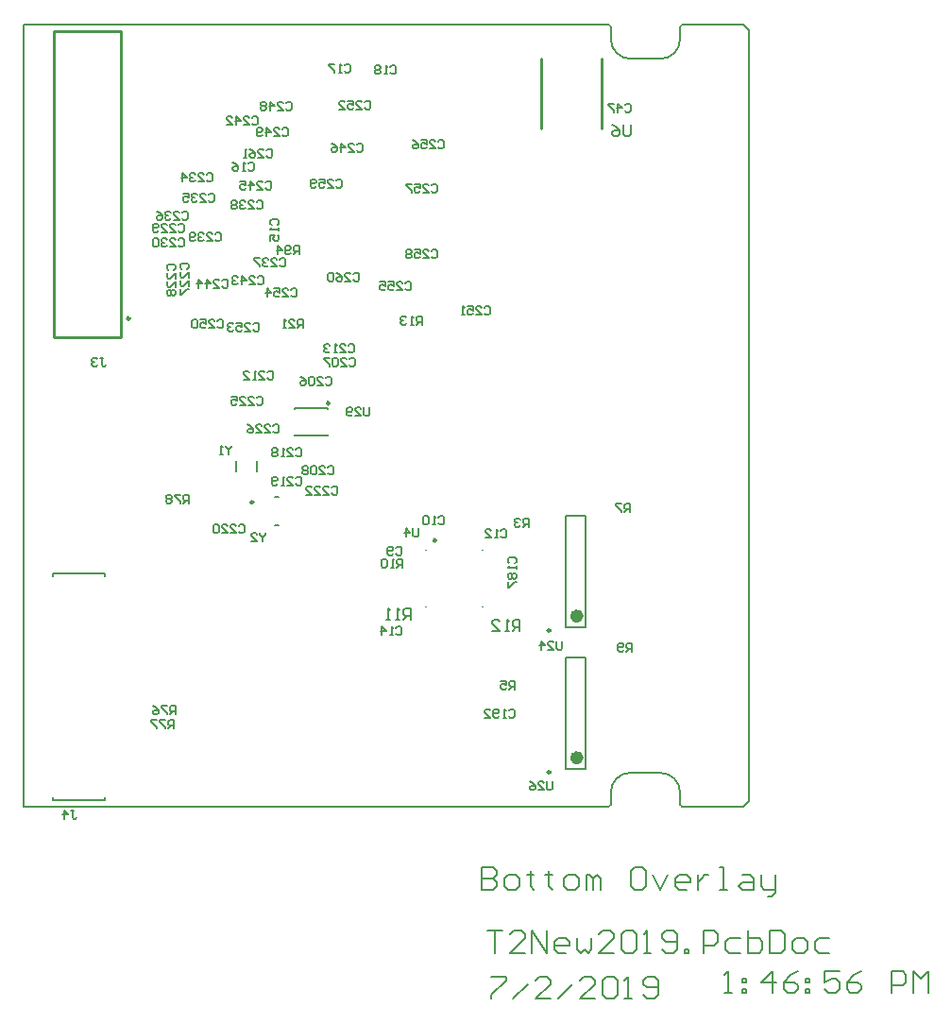
<source format=gbo>
G04*
G04 #@! TF.GenerationSoftware,Altium Limited,Altium Designer,18.1.11 (251)*
G04*
G04 Layer_Color=32896*
%FSLAX44Y44*%
%MOMM*%
G71*
G01*
G75*
%ADD10C,0.6000*%
%ADD11C,0.2500*%
%ADD12C,0.2000*%
%ADD13C,0.2540*%
%ADD14C,0.1500*%
%ADD15C,0.1270*%
%ADD16C,0.1524*%
%ADD17C,0.2032*%
D10*
X699000Y371000D02*
G03*
X699000Y371000I-3000J0D01*
G01*
Y244000D02*
G03*
X699000Y244000I-3000J0D01*
G01*
D11*
X569750Y439000D02*
G03*
X569750Y439000I-1250J0D01*
G01*
X295250Y637750D02*
G03*
X295250Y637750I-1250J0D01*
G01*
X406000Y473000D02*
G03*
X406000Y473000I-1250J0D01*
G01*
X672250Y358050D02*
G03*
X672250Y358050I-1250J0D01*
G01*
Y231050D02*
G03*
X672250Y231050I-1250J0D01*
G01*
X474250Y561750D02*
G03*
X474250Y561750I-1250J0D01*
G01*
D12*
X560500Y430500D02*
X560750D01*
X560500Y430250D02*
Y430500D01*
Y379500D02*
Y379750D01*
Y379500D02*
X560750D01*
X611250D02*
X611500D01*
Y379750D01*
Y430250D02*
Y430500D01*
X611250D02*
X611500D01*
D13*
X664438Y807966D02*
Y870966D01*
X718438Y807966D02*
Y870966D01*
X287500Y620500D02*
Y895500D01*
X227500D02*
X287500D01*
X227500Y620500D02*
Y895500D01*
Y620500D02*
X287500D01*
D14*
X686000Y461000D02*
X704000D01*
X686000Y361000D02*
X704000D01*
Y461000D01*
X686000Y361000D02*
Y461000D01*
Y334000D02*
X704000D01*
X686000Y234000D02*
X704000D01*
Y334000D01*
X686000Y234000D02*
Y334000D01*
D15*
X273175Y406800D02*
Y409500D01*
Y206140D02*
Y208840D01*
X226345Y409500D02*
X273175D01*
X226185Y409340D02*
X226345Y409500D01*
X226185Y406800D02*
Y409340D01*
X226345Y206140D02*
X273175D01*
X226185Y206300D02*
X226345Y206140D01*
X226185Y206300D02*
Y208840D01*
X200000Y200000D02*
X724500D01*
D16*
X425000Y452000D02*
X429000D01*
X425000Y478000D02*
X429000D01*
X409000Y501000D02*
Y510000D01*
X391000Y501000D02*
Y510000D01*
X443000Y557500D02*
X473000D01*
X443000Y556500D02*
Y557500D01*
X473000Y556500D02*
Y557500D01*
X443000Y532500D02*
X473000D01*
X443000D02*
Y533500D01*
X473000Y532500D02*
Y533500D01*
X611000Y145994D02*
Y126000D01*
X620997D01*
X624329Y129332D01*
Y132664D01*
X620997Y135997D01*
X611000D01*
X620997D01*
X624329Y139329D01*
Y142661D01*
X620997Y145994D01*
X611000D01*
X634326Y126000D02*
X640990D01*
X644323Y129332D01*
Y135997D01*
X640990Y139329D01*
X634326D01*
X630994Y135997D01*
Y129332D01*
X634326Y126000D01*
X654319Y142661D02*
Y139329D01*
X650987D01*
X657652D01*
X654319D01*
Y129332D01*
X657652Y126000D01*
X670981Y142661D02*
Y139329D01*
X667648D01*
X674313D01*
X670981D01*
Y129332D01*
X674313Y126000D01*
X687642D02*
X694306D01*
X697639Y129332D01*
Y135997D01*
X694306Y139329D01*
X687642D01*
X684310Y135997D01*
Y129332D01*
X687642Y126000D01*
X704303D02*
Y139329D01*
X707635D01*
X710968Y135997D01*
Y126000D01*
Y135997D01*
X714300Y139329D01*
X717632Y135997D01*
Y126000D01*
X754287Y145994D02*
X747623D01*
X744290Y142661D01*
Y129332D01*
X747623Y126000D01*
X754287D01*
X757619Y129332D01*
Y142661D01*
X754287Y145994D01*
X764284Y139329D02*
X770948Y126000D01*
X777613Y139329D01*
X794274Y126000D02*
X787610D01*
X784277Y129332D01*
Y135997D01*
X787610Y139329D01*
X794274D01*
X797607Y135997D01*
Y132664D01*
X784277D01*
X804271Y139329D02*
Y126000D01*
Y132664D01*
X807603Y135997D01*
X810936Y139329D01*
X814268D01*
X824265Y126000D02*
X830929D01*
X827597D01*
Y145994D01*
X824265D01*
X844258Y139329D02*
X850923D01*
X854255Y135997D01*
Y126000D01*
X844258D01*
X840926Y129332D01*
X844258Y132664D01*
X854255D01*
X860919Y139329D02*
Y129332D01*
X864252Y126000D01*
X874249D01*
Y122668D01*
X870916Y119335D01*
X867584D01*
X874249Y126000D02*
Y139329D01*
X645000Y358000D02*
Y368157D01*
X639922D01*
X638229Y366464D01*
Y363078D01*
X639922Y361386D01*
X645000D01*
X641614D02*
X638229Y358000D01*
X634843D02*
X631458D01*
X633150D01*
Y368157D01*
X634843Y366464D01*
X619608Y358000D02*
X626379D01*
X619608Y364771D01*
Y366464D01*
X621301Y368157D01*
X624687D01*
X626379Y366464D01*
X547500Y368000D02*
Y378157D01*
X542422D01*
X540729Y376464D01*
Y373078D01*
X542422Y371386D01*
X547500D01*
X544114D02*
X540729Y368000D01*
X537343D02*
X533958D01*
X535650D01*
Y378157D01*
X537343Y376464D01*
X528879Y368000D02*
X525494D01*
X527187D01*
Y378157D01*
X528879Y376464D01*
X745500Y339000D02*
Y346618D01*
X741691D01*
X740422Y345348D01*
Y342809D01*
X741691Y341539D01*
X745500D01*
X742961D02*
X740422Y339000D01*
X737883Y340270D02*
X736613Y339000D01*
X734074D01*
X732804Y340270D01*
Y345348D01*
X734074Y346618D01*
X736613D01*
X737883Y345348D01*
Y344078D01*
X736613Y342809D01*
X732804D01*
X744000Y464000D02*
Y471618D01*
X740191D01*
X738922Y470348D01*
Y467809D01*
X740191Y466539D01*
X744000D01*
X741461D02*
X738922Y464000D01*
X736383Y471618D02*
X731304D01*
Y470348D01*
X736383Y465270D01*
Y464000D01*
X640500Y305500D02*
Y313118D01*
X636691D01*
X635422Y311848D01*
Y309309D01*
X636691Y308039D01*
X640500D01*
X637961D02*
X635422Y305500D01*
X627804Y313118D02*
X632882D01*
Y309309D01*
X630343Y310578D01*
X629074D01*
X627804Y309309D01*
Y306770D01*
X629074Y305500D01*
X631613D01*
X632882Y306770D01*
X653000Y451000D02*
Y458618D01*
X649191D01*
X647922Y457348D01*
Y454809D01*
X649191Y453539D01*
X653000D01*
X650461D02*
X647922Y451000D01*
X645383Y457348D02*
X644113Y458618D01*
X641574D01*
X640304Y457348D01*
Y456078D01*
X641574Y454809D01*
X642843D01*
X641574D01*
X640304Y453539D01*
Y452270D01*
X641574Y451000D01*
X644113D01*
X645383Y452270D01*
X422652Y721422D02*
X421382Y722691D01*
Y725230D01*
X422652Y726500D01*
X427730D01*
X429000Y725230D01*
Y722691D01*
X427730Y721422D01*
X429000Y718883D02*
Y716343D01*
Y717613D01*
X421382D01*
X422652Y718883D01*
X421382Y707456D02*
Y712534D01*
X425191D01*
X423922Y709995D01*
Y708726D01*
X425191Y707456D01*
X427730D01*
X429000Y708726D01*
Y711265D01*
X427730Y712534D01*
X401422Y776348D02*
X402691Y777617D01*
X405230D01*
X406500Y776348D01*
Y771270D01*
X405230Y770000D01*
X402691D01*
X401422Y771270D01*
X398882Y770000D02*
X396343D01*
X397613D01*
Y777617D01*
X398882Y776348D01*
X387456Y777617D02*
X389995Y776348D01*
X392534Y773809D01*
Y771270D01*
X391265Y770000D01*
X388726D01*
X387456Y771270D01*
Y772539D01*
X388726Y773809D01*
X392534D01*
X487922Y864348D02*
X489191Y865618D01*
X491730D01*
X493000Y864348D01*
Y859270D01*
X491730Y858000D01*
X489191D01*
X487922Y859270D01*
X485382Y858000D02*
X482843D01*
X484113D01*
Y865618D01*
X485382Y864348D01*
X479035Y865618D02*
X473956D01*
Y864348D01*
X479035Y859270D01*
Y858000D01*
X528922Y863348D02*
X530191Y864617D01*
X532730D01*
X534000Y863348D01*
Y858270D01*
X532730Y857000D01*
X530191D01*
X528922Y858270D01*
X526382Y857000D02*
X523843D01*
X525113D01*
Y864617D01*
X526382Y863348D01*
X520034D02*
X518765Y864617D01*
X516226D01*
X514956Y863348D01*
Y862078D01*
X516226Y860809D01*
X514956Y859539D01*
Y858270D01*
X516226Y857000D01*
X518765D01*
X520034Y858270D01*
Y859539D01*
X518765Y860809D01*
X520034Y862078D01*
Y863348D01*
X518765Y860809D02*
X516226D01*
X533922Y360348D02*
X535191Y361618D01*
X537730D01*
X539000Y360348D01*
Y355270D01*
X537730Y354000D01*
X535191D01*
X533922Y355270D01*
X531382Y354000D02*
X528843D01*
X530113D01*
Y361618D01*
X531382Y360348D01*
X521226Y354000D02*
Y361618D01*
X525034Y357809D01*
X519956D01*
X627922Y447348D02*
X629191Y448618D01*
X631730D01*
X633000Y447348D01*
Y442270D01*
X631730Y441000D01*
X629191D01*
X627922Y442270D01*
X625382Y441000D02*
X622843D01*
X624113D01*
Y448618D01*
X625382Y447348D01*
X613956Y441000D02*
X619035D01*
X613956Y446078D01*
Y447348D01*
X615226Y448618D01*
X617765D01*
X619035Y447348D01*
X571922Y459348D02*
X573191Y460617D01*
X575730D01*
X577000Y459348D01*
Y454270D01*
X575730Y453000D01*
X573191D01*
X571922Y454270D01*
X569383Y453000D02*
X566843D01*
X568113D01*
Y460617D01*
X569383Y459348D01*
X563035D02*
X561765Y460617D01*
X559226D01*
X557956Y459348D01*
Y454270D01*
X559226Y453000D01*
X561765D01*
X563035Y454270D01*
Y459348D01*
X533922Y431848D02*
X535191Y433117D01*
X537730D01*
X539000Y431848D01*
Y426770D01*
X537730Y425500D01*
X535191D01*
X533922Y426770D01*
X531382D02*
X530113Y425500D01*
X527574D01*
X526304Y426770D01*
Y431848D01*
X527574Y433117D01*
X530113D01*
X531382Y431848D01*
Y430578D01*
X530113Y429309D01*
X526304D01*
X739396Y828800D02*
X740665Y830070D01*
X743204D01*
X744474Y828800D01*
Y823722D01*
X743204Y822452D01*
X740665D01*
X739396Y823722D01*
X733048Y822452D02*
Y830070D01*
X736857Y826261D01*
X731778D01*
X729239Y830070D02*
X724161D01*
Y828800D01*
X729239Y823722D01*
Y822452D01*
X635652Y418422D02*
X634383Y419691D01*
Y422230D01*
X635652Y423500D01*
X640730D01*
X642000Y422230D01*
Y419691D01*
X640730Y418422D01*
X642000Y415882D02*
Y413343D01*
Y414613D01*
X634383D01*
X635652Y415882D01*
Y409534D02*
X634383Y408265D01*
Y405726D01*
X635652Y404456D01*
X636922D01*
X638191Y405726D01*
X639461Y404456D01*
X640730D01*
X642000Y405726D01*
Y408265D01*
X640730Y409534D01*
X639461D01*
X638191Y408265D01*
X636922Y409534D01*
X635652D01*
X638191Y408265D02*
Y405726D01*
X634383Y401917D02*
Y396839D01*
X635652D01*
X640730Y401917D01*
X642000D01*
X634922Y286348D02*
X636191Y287617D01*
X638730D01*
X640000Y286348D01*
Y281270D01*
X638730Y280000D01*
X636191D01*
X634922Y281270D01*
X632383Y280000D02*
X629843D01*
X631113D01*
Y287617D01*
X632383Y286348D01*
X626035Y281270D02*
X624765Y280000D01*
X622226D01*
X620956Y281270D01*
Y286348D01*
X622226Y287617D01*
X624765D01*
X626035Y286348D01*
Y285078D01*
X624765Y283809D01*
X620956D01*
X613339Y280000D02*
X618417D01*
X613339Y285078D01*
Y286348D01*
X614608Y287617D01*
X617147D01*
X618417Y286348D01*
X470922Y584348D02*
X472191Y585617D01*
X474730D01*
X476000Y584348D01*
Y579270D01*
X474730Y578000D01*
X472191D01*
X470922Y579270D01*
X463304Y578000D02*
X468382D01*
X463304Y583078D01*
Y584348D01*
X464574Y585617D01*
X467113D01*
X468382Y584348D01*
X460765D02*
X459495Y585617D01*
X456956D01*
X455687Y584348D01*
Y579270D01*
X456956Y578000D01*
X459495D01*
X460765Y579270D01*
Y584348D01*
X448069Y585617D02*
X450608Y584348D01*
X453147Y581809D01*
Y579270D01*
X451878Y578000D01*
X449339D01*
X448069Y579270D01*
Y580539D01*
X449339Y581809D01*
X453147D01*
X491922Y601348D02*
X493191Y602617D01*
X495730D01*
X497000Y601348D01*
Y596270D01*
X495730Y595000D01*
X493191D01*
X491922Y596270D01*
X484304Y595000D02*
X489383D01*
X484304Y600078D01*
Y601348D01*
X485574Y602617D01*
X488113D01*
X489383Y601348D01*
X481765D02*
X480495Y602617D01*
X477956D01*
X476687Y601348D01*
Y596270D01*
X477956Y595000D01*
X480495D01*
X481765Y596270D01*
Y601348D01*
X474147Y602617D02*
X469069D01*
Y601348D01*
X474147Y596270D01*
Y595000D01*
X472922Y504348D02*
X474191Y505617D01*
X476730D01*
X478000Y504348D01*
Y499270D01*
X476730Y498000D01*
X474191D01*
X472922Y499270D01*
X465304Y498000D02*
X470382D01*
X465304Y503078D01*
Y504348D01*
X466574Y505617D01*
X469113D01*
X470382Y504348D01*
X462765D02*
X461495Y505617D01*
X458956D01*
X457687Y504348D01*
Y499270D01*
X458956Y498000D01*
X461495D01*
X462765Y499270D01*
Y504348D01*
X455147D02*
X453878Y505617D01*
X451339D01*
X450069Y504348D01*
Y503078D01*
X451339Y501809D01*
X450069Y500539D01*
Y499270D01*
X451339Y498000D01*
X453878D01*
X455147Y499270D01*
Y500539D01*
X453878Y501809D01*
X455147Y503078D01*
Y504348D01*
X453878Y501809D02*
X451339D01*
X418922Y589348D02*
X420191Y590617D01*
X422730D01*
X424000Y589348D01*
Y584270D01*
X422730Y583000D01*
X420191D01*
X418922Y584270D01*
X411304Y583000D02*
X416382D01*
X411304Y588078D01*
Y589348D01*
X412574Y590617D01*
X415113D01*
X416382Y589348D01*
X408765Y583000D02*
X406226D01*
X407495D01*
Y590617D01*
X408765Y589348D01*
X397339Y583000D02*
X402417D01*
X397339Y588078D01*
Y589348D01*
X398608Y590617D01*
X401147D01*
X402417Y589348D01*
X490922Y613348D02*
X492191Y614618D01*
X494730D01*
X496000Y613348D01*
Y608270D01*
X494730Y607000D01*
X492191D01*
X490922Y608270D01*
X483304Y607000D02*
X488382D01*
X483304Y612078D01*
Y613348D01*
X484574Y614618D01*
X487113D01*
X488382Y613348D01*
X480765Y607000D02*
X478226D01*
X479495D01*
Y614618D01*
X480765Y613348D01*
X474417D02*
X473147Y614618D01*
X470608D01*
X469339Y613348D01*
Y612078D01*
X470608Y610809D01*
X471878D01*
X470608D01*
X469339Y609539D01*
Y608270D01*
X470608Y607000D01*
X473147D01*
X474417Y608270D01*
X443922Y520348D02*
X445191Y521618D01*
X447730D01*
X449000Y520348D01*
Y515270D01*
X447730Y514000D01*
X445191D01*
X443922Y515270D01*
X436304Y514000D02*
X441382D01*
X436304Y519078D01*
Y520348D01*
X437574Y521618D01*
X440113D01*
X441382Y520348D01*
X433765Y514000D02*
X431226D01*
X432495D01*
Y521618D01*
X433765Y520348D01*
X427417D02*
X426147Y521618D01*
X423608D01*
X422339Y520348D01*
Y519078D01*
X423608Y517809D01*
X422339Y516539D01*
Y515270D01*
X423608Y514000D01*
X426147D01*
X427417Y515270D01*
Y516539D01*
X426147Y517809D01*
X427417Y519078D01*
Y520348D01*
X426147Y517809D02*
X423608D01*
X443922Y494348D02*
X445191Y495617D01*
X447730D01*
X449000Y494348D01*
Y489270D01*
X447730Y488000D01*
X445191D01*
X443922Y489270D01*
X436304Y488000D02*
X441382D01*
X436304Y493078D01*
Y494348D01*
X437574Y495617D01*
X440113D01*
X441382Y494348D01*
X433765Y488000D02*
X431226D01*
X432495D01*
Y495617D01*
X433765Y494348D01*
X427417Y489270D02*
X426147Y488000D01*
X423608D01*
X422339Y489270D01*
Y494348D01*
X423608Y495617D01*
X426147D01*
X427417Y494348D01*
Y493078D01*
X426147Y491809D01*
X422339D01*
X392892Y451708D02*
X394161Y452978D01*
X396700D01*
X397970Y451708D01*
Y446630D01*
X396700Y445360D01*
X394161D01*
X392892Y446630D01*
X385274Y445360D02*
X390353D01*
X385274Y450438D01*
Y451708D01*
X386544Y452978D01*
X389083D01*
X390353Y451708D01*
X377657Y445360D02*
X382735D01*
X377657Y450438D01*
Y451708D01*
X378926Y452978D01*
X381465D01*
X382735Y451708D01*
X375117D02*
X373848Y452978D01*
X371309D01*
X370039Y451708D01*
Y446630D01*
X371309Y445360D01*
X373848D01*
X375117Y446630D01*
Y451708D01*
X476506Y485900D02*
X477775Y487169D01*
X480314D01*
X481584Y485900D01*
Y480822D01*
X480314Y479552D01*
X477775D01*
X476506Y480822D01*
X468888Y479552D02*
X473966D01*
X468888Y484630D01*
Y485900D01*
X470158Y487169D01*
X472697D01*
X473966Y485900D01*
X461271Y479552D02*
X466349D01*
X461271Y484630D01*
Y485900D01*
X462540Y487169D01*
X465079D01*
X466349Y485900D01*
X453653Y479552D02*
X458731D01*
X453653Y484630D01*
Y485900D01*
X454923Y487169D01*
X457462D01*
X458731Y485900D01*
X408922Y566348D02*
X410191Y567617D01*
X412730D01*
X414000Y566348D01*
Y561270D01*
X412730Y560000D01*
X410191D01*
X408922Y561270D01*
X401304Y560000D02*
X406382D01*
X401304Y565078D01*
Y566348D01*
X402574Y567617D01*
X405113D01*
X406382Y566348D01*
X393687Y560000D02*
X398765D01*
X393687Y565078D01*
Y566348D01*
X394956Y567617D01*
X397495D01*
X398765Y566348D01*
X386069Y567617D02*
X391147D01*
Y563809D01*
X388608Y565078D01*
X387339D01*
X386069Y563809D01*
Y561270D01*
X387339Y560000D01*
X389878D01*
X391147Y561270D01*
X423922Y541348D02*
X425191Y542617D01*
X427730D01*
X429000Y541348D01*
Y536270D01*
X427730Y535000D01*
X425191D01*
X423922Y536270D01*
X416304Y535000D02*
X421382D01*
X416304Y540078D01*
Y541348D01*
X417574Y542617D01*
X420113D01*
X421382Y541348D01*
X408687Y535000D02*
X413765D01*
X408687Y540078D01*
Y541348D01*
X409956Y542617D01*
X412495D01*
X413765Y541348D01*
X401069Y542617D02*
X403608Y541348D01*
X406147Y538809D01*
Y536270D01*
X404878Y535000D01*
X402339D01*
X401069Y536270D01*
Y537539D01*
X402339Y538809D01*
X406147D01*
X341652Y681922D02*
X340382Y683191D01*
Y685730D01*
X341652Y687000D01*
X346730D01*
X348000Y685730D01*
Y683191D01*
X346730Y681922D01*
X348000Y674304D02*
Y679382D01*
X342922Y674304D01*
X341652D01*
X340382Y675574D01*
Y678113D01*
X341652Y679382D01*
X348000Y666687D02*
Y671765D01*
X342922Y666687D01*
X341652D01*
X340382Y667956D01*
Y670495D01*
X341652Y671765D01*
X340382Y664147D02*
Y659069D01*
X341652D01*
X346730Y664147D01*
X348000D01*
X329652Y681422D02*
X328382Y682691D01*
Y685230D01*
X329652Y686500D01*
X334730D01*
X336000Y685230D01*
Y682691D01*
X334730Y681422D01*
X336000Y673804D02*
Y678883D01*
X330922Y673804D01*
X329652D01*
X328382Y675074D01*
Y677613D01*
X329652Y678883D01*
X336000Y666187D02*
Y671265D01*
X330922Y666187D01*
X329652D01*
X328382Y667456D01*
Y669995D01*
X329652Y671265D01*
Y663647D02*
X328382Y662378D01*
Y659839D01*
X329652Y658569D01*
X330922D01*
X332191Y659839D01*
X333461Y658569D01*
X334730D01*
X336000Y659839D01*
Y662378D01*
X334730Y663647D01*
X333461D01*
X332191Y662378D01*
X330922Y663647D01*
X329652D01*
X332191Y662378D02*
Y659839D01*
X338922Y721507D02*
X340191Y722777D01*
X342730D01*
X344000Y721507D01*
Y716429D01*
X342730Y715159D01*
X340191D01*
X338922Y716429D01*
X331304Y715159D02*
X336382D01*
X331304Y720237D01*
Y721507D01*
X332574Y722777D01*
X335113D01*
X336382Y721507D01*
X323687Y715159D02*
X328765D01*
X323687Y720237D01*
Y721507D01*
X324956Y722777D01*
X327495D01*
X328765Y721507D01*
X321147Y716429D02*
X319878Y715159D01*
X317339D01*
X316069Y716429D01*
Y721507D01*
X317339Y722777D01*
X319878D01*
X321147Y721507D01*
Y720237D01*
X319878Y718968D01*
X316069D01*
X338922Y708348D02*
X340191Y709617D01*
X342730D01*
X344000Y708348D01*
Y703270D01*
X342730Y702000D01*
X340191D01*
X338922Y703270D01*
X331304Y702000D02*
X336382D01*
X331304Y707078D01*
Y708348D01*
X332574Y709617D01*
X335113D01*
X336382Y708348D01*
X328765D02*
X327495Y709617D01*
X324956D01*
X323687Y708348D01*
Y707078D01*
X324956Y705809D01*
X326226D01*
X324956D01*
X323687Y704539D01*
Y703270D01*
X324956Y702000D01*
X327495D01*
X328765Y703270D01*
X321147Y708348D02*
X319878Y709617D01*
X317339D01*
X316069Y708348D01*
Y703270D01*
X317339Y702000D01*
X319878D01*
X321147Y703270D01*
Y708348D01*
X363922Y766848D02*
X365191Y768118D01*
X367730D01*
X369000Y766848D01*
Y761770D01*
X367730Y760500D01*
X365191D01*
X363922Y761770D01*
X356304Y760500D02*
X361382D01*
X356304Y765578D01*
Y766848D01*
X357574Y768118D01*
X360113D01*
X361382Y766848D01*
X353765D02*
X352495Y768118D01*
X349956D01*
X348687Y766848D01*
Y765578D01*
X349956Y764309D01*
X351226D01*
X349956D01*
X348687Y763039D01*
Y761770D01*
X349956Y760500D01*
X352495D01*
X353765Y761770D01*
X342339Y760500D02*
Y768118D01*
X346147Y764309D01*
X341069D01*
X365922Y748348D02*
X367191Y749617D01*
X369730D01*
X371000Y748348D01*
Y743270D01*
X369730Y742000D01*
X367191D01*
X365922Y743270D01*
X358304Y742000D02*
X363382D01*
X358304Y747078D01*
Y748348D01*
X359574Y749617D01*
X362113D01*
X363382Y748348D01*
X355765D02*
X354495Y749617D01*
X351956D01*
X350687Y748348D01*
Y747078D01*
X351956Y745809D01*
X353226D01*
X351956D01*
X350687Y744539D01*
Y743270D01*
X351956Y742000D01*
X354495D01*
X355765Y743270D01*
X343069Y749617D02*
X348147D01*
Y745809D01*
X345608Y747078D01*
X344339D01*
X343069Y745809D01*
Y743270D01*
X344339Y742000D01*
X346878D01*
X348147Y743270D01*
X341922Y732348D02*
X343191Y733617D01*
X345730D01*
X347000Y732348D01*
Y727270D01*
X345730Y726000D01*
X343191D01*
X341922Y727270D01*
X334304Y726000D02*
X339383D01*
X334304Y731078D01*
Y732348D01*
X335574Y733617D01*
X338113D01*
X339383Y732348D01*
X331765D02*
X330495Y733617D01*
X327956D01*
X326687Y732348D01*
Y731078D01*
X327956Y729809D01*
X329226D01*
X327956D01*
X326687Y728539D01*
Y727270D01*
X327956Y726000D01*
X330495D01*
X331765Y727270D01*
X319069Y733617D02*
X321608Y732348D01*
X324147Y729809D01*
Y727270D01*
X322878Y726000D01*
X320339D01*
X319069Y727270D01*
Y728539D01*
X320339Y729809D01*
X324147D01*
X429922Y690348D02*
X431191Y691618D01*
X433730D01*
X435000Y690348D01*
Y685270D01*
X433730Y684000D01*
X431191D01*
X429922Y685270D01*
X422304Y684000D02*
X427383D01*
X422304Y689078D01*
Y690348D01*
X423574Y691618D01*
X426113D01*
X427383Y690348D01*
X419765D02*
X418495Y691618D01*
X415956D01*
X414687Y690348D01*
Y689078D01*
X415956Y687809D01*
X417226D01*
X415956D01*
X414687Y686539D01*
Y685270D01*
X415956Y684000D01*
X418495D01*
X419765Y685270D01*
X412147Y691618D02*
X407069D01*
Y690348D01*
X412147Y685270D01*
Y684000D01*
X408922Y742348D02*
X410191Y743617D01*
X412730D01*
X414000Y742348D01*
Y737270D01*
X412730Y736000D01*
X410191D01*
X408922Y737270D01*
X401304Y736000D02*
X406382D01*
X401304Y741078D01*
Y742348D01*
X402574Y743617D01*
X405113D01*
X406382Y742348D01*
X398765D02*
X397495Y743617D01*
X394956D01*
X393687Y742348D01*
Y741078D01*
X394956Y739809D01*
X396226D01*
X394956D01*
X393687Y738539D01*
Y737270D01*
X394956Y736000D01*
X397495D01*
X398765Y737270D01*
X391147Y742348D02*
X389878Y743617D01*
X387339D01*
X386069Y742348D01*
Y741078D01*
X387339Y739809D01*
X386069Y738539D01*
Y737270D01*
X387339Y736000D01*
X389878D01*
X391147Y737270D01*
Y738539D01*
X389878Y739809D01*
X391147Y741078D01*
Y742348D01*
X389878Y739809D02*
X387339D01*
X371922Y713348D02*
X373191Y714617D01*
X375730D01*
X377000Y713348D01*
Y708270D01*
X375730Y707000D01*
X373191D01*
X371922Y708270D01*
X364304Y707000D02*
X369383D01*
X364304Y712078D01*
Y713348D01*
X365574Y714617D01*
X368113D01*
X369383Y713348D01*
X361765D02*
X360495Y714617D01*
X357956D01*
X356687Y713348D01*
Y712078D01*
X357956Y710809D01*
X359226D01*
X357956D01*
X356687Y709539D01*
Y708270D01*
X357956Y707000D01*
X360495D01*
X361765Y708270D01*
X354147D02*
X352878Y707000D01*
X350339D01*
X349069Y708270D01*
Y713348D01*
X350339Y714617D01*
X352878D01*
X354147Y713348D01*
Y712078D01*
X352878Y710809D01*
X349069D01*
X404922Y817348D02*
X406191Y818617D01*
X408730D01*
X410000Y817348D01*
Y812270D01*
X408730Y811000D01*
X406191D01*
X404922Y812270D01*
X397304Y811000D02*
X402383D01*
X397304Y816078D01*
Y817348D01*
X398574Y818617D01*
X401113D01*
X402383Y817348D01*
X390956Y811000D02*
Y818617D01*
X394765Y814809D01*
X389687D01*
X382069Y811000D02*
X387147D01*
X382069Y816078D01*
Y817348D01*
X383339Y818617D01*
X385878D01*
X387147Y817348D01*
X409922Y674348D02*
X411191Y675618D01*
X413730D01*
X415000Y674348D01*
Y669270D01*
X413730Y668000D01*
X411191D01*
X409922Y669270D01*
X402304Y668000D02*
X407383D01*
X402304Y673078D01*
Y674348D01*
X403574Y675618D01*
X406113D01*
X407383Y674348D01*
X395956Y668000D02*
Y675618D01*
X399765Y671809D01*
X394687D01*
X392147Y674348D02*
X390878Y675618D01*
X388339D01*
X387069Y674348D01*
Y673078D01*
X388339Y671809D01*
X389608D01*
X388339D01*
X387069Y670539D01*
Y669270D01*
X388339Y668000D01*
X390878D01*
X392147Y669270D01*
X377922Y671348D02*
X379191Y672617D01*
X381730D01*
X383000Y671348D01*
Y666270D01*
X381730Y665000D01*
X379191D01*
X377922Y666270D01*
X370304Y665000D02*
X375382D01*
X370304Y670078D01*
Y671348D01*
X371574Y672617D01*
X374113D01*
X375382Y671348D01*
X363956Y665000D02*
Y672617D01*
X367765Y668809D01*
X362687D01*
X356339Y665000D02*
Y672617D01*
X360147Y668809D01*
X355069D01*
X416922Y759348D02*
X418191Y760618D01*
X420730D01*
X422000Y759348D01*
Y754270D01*
X420730Y753000D01*
X418191D01*
X416922Y754270D01*
X409304Y753000D02*
X414383D01*
X409304Y758078D01*
Y759348D01*
X410574Y760618D01*
X413113D01*
X414383Y759348D01*
X402956Y753000D02*
Y760618D01*
X406765Y756809D01*
X401687D01*
X394069Y760618D02*
X399147D01*
Y756809D01*
X396608Y758078D01*
X395339D01*
X394069Y756809D01*
Y754270D01*
X395339Y753000D01*
X397878D01*
X399147Y754270D01*
X498922Y793348D02*
X500191Y794617D01*
X502730D01*
X504000Y793348D01*
Y788270D01*
X502730Y787000D01*
X500191D01*
X498922Y788270D01*
X491304Y787000D02*
X496382D01*
X491304Y792078D01*
Y793348D01*
X492574Y794617D01*
X495113D01*
X496382Y793348D01*
X484956Y787000D02*
Y794617D01*
X488765Y790809D01*
X483687D01*
X476069Y794617D02*
X478608Y793348D01*
X481147Y790809D01*
Y788270D01*
X479878Y787000D01*
X477339D01*
X476069Y788270D01*
Y789539D01*
X477339Y790809D01*
X481147D01*
X435422Y830848D02*
X436691Y832117D01*
X439230D01*
X440500Y830848D01*
Y825770D01*
X439230Y824500D01*
X436691D01*
X435422Y825770D01*
X427804Y824500D02*
X432882D01*
X427804Y829578D01*
Y830848D01*
X429074Y832117D01*
X431613D01*
X432882Y830848D01*
X421456Y824500D02*
Y832117D01*
X425265Y828309D01*
X420187D01*
X417647Y830848D02*
X416378Y832117D01*
X413839D01*
X412569Y830848D01*
Y829578D01*
X413839Y828309D01*
X412569Y827039D01*
Y825770D01*
X413839Y824500D01*
X416378D01*
X417647Y825770D01*
Y827039D01*
X416378Y828309D01*
X417647Y829578D01*
Y830848D01*
X416378Y828309D02*
X413839D01*
X431922Y807348D02*
X433191Y808617D01*
X435730D01*
X437000Y807348D01*
Y802270D01*
X435730Y801000D01*
X433191D01*
X431922Y802270D01*
X424304Y801000D02*
X429383D01*
X424304Y806078D01*
Y807348D01*
X425574Y808617D01*
X428113D01*
X429383Y807348D01*
X417956Y801000D02*
Y808617D01*
X421765Y804809D01*
X416687D01*
X414147Y802270D02*
X412878Y801000D01*
X410339D01*
X409069Y802270D01*
Y807348D01*
X410339Y808617D01*
X412878D01*
X414147Y807348D01*
Y806078D01*
X412878Y804809D01*
X409069D01*
X373922Y635348D02*
X375191Y636618D01*
X377730D01*
X379000Y635348D01*
Y630270D01*
X377730Y629000D01*
X375191D01*
X373922Y630270D01*
X366304Y629000D02*
X371382D01*
X366304Y634078D01*
Y635348D01*
X367574Y636618D01*
X370113D01*
X371382Y635348D01*
X358687Y636618D02*
X363765D01*
Y632809D01*
X361226Y634078D01*
X359956D01*
X358687Y632809D01*
Y630270D01*
X359956Y629000D01*
X362495D01*
X363765Y630270D01*
X356147Y635348D02*
X354878Y636618D01*
X352339D01*
X351069Y635348D01*
Y630270D01*
X352339Y629000D01*
X354878D01*
X356147Y630270D01*
Y635348D01*
X612922Y647348D02*
X614191Y648617D01*
X616730D01*
X618000Y647348D01*
Y642270D01*
X616730Y641000D01*
X614191D01*
X612922Y642270D01*
X605304Y641000D02*
X610382D01*
X605304Y646078D01*
Y647348D01*
X606574Y648617D01*
X609113D01*
X610382Y647348D01*
X597687Y648617D02*
X602765D01*
Y644809D01*
X600226Y646078D01*
X598956D01*
X597687Y644809D01*
Y642270D01*
X598956Y641000D01*
X601495D01*
X602765Y642270D01*
X595147Y641000D02*
X592608D01*
X593878D01*
Y648617D01*
X595147Y647348D01*
X505922Y831348D02*
X507191Y832617D01*
X509730D01*
X511000Y831348D01*
Y826270D01*
X509730Y825000D01*
X507191D01*
X505922Y826270D01*
X498304Y825000D02*
X503382D01*
X498304Y830078D01*
Y831348D01*
X499574Y832617D01*
X502113D01*
X503382Y831348D01*
X490687Y832617D02*
X495765D01*
Y828809D01*
X493226Y830078D01*
X491956D01*
X490687Y828809D01*
Y826270D01*
X491956Y825000D01*
X494495D01*
X495765Y826270D01*
X483069Y825000D02*
X488147D01*
X483069Y830078D01*
Y831348D01*
X484339Y832617D01*
X486878D01*
X488147Y831348D01*
X405922Y632348D02*
X407191Y633618D01*
X409730D01*
X411000Y632348D01*
Y627270D01*
X409730Y626000D01*
X407191D01*
X405922Y627270D01*
X398304Y626000D02*
X403382D01*
X398304Y631078D01*
Y632348D01*
X399574Y633618D01*
X402113D01*
X403382Y632348D01*
X390687Y633618D02*
X395765D01*
Y629809D01*
X393226Y631078D01*
X391956D01*
X390687Y629809D01*
Y627270D01*
X391956Y626000D01*
X394495D01*
X395765Y627270D01*
X388147Y632348D02*
X386878Y633618D01*
X384339D01*
X383069Y632348D01*
Y631078D01*
X384339Y629809D01*
X385608D01*
X384339D01*
X383069Y628539D01*
Y627270D01*
X384339Y626000D01*
X386878D01*
X388147Y627270D01*
X439922Y663348D02*
X441191Y664617D01*
X443730D01*
X445000Y663348D01*
Y658270D01*
X443730Y657000D01*
X441191D01*
X439922Y658270D01*
X432304Y657000D02*
X437383D01*
X432304Y662078D01*
Y663348D01*
X433574Y664617D01*
X436113D01*
X437383Y663348D01*
X424687Y664617D02*
X429765D01*
Y660809D01*
X427226Y662078D01*
X425956D01*
X424687Y660809D01*
Y658270D01*
X425956Y657000D01*
X428495D01*
X429765Y658270D01*
X418339Y657000D02*
Y664617D01*
X422147Y660809D01*
X417069D01*
X571422Y796288D02*
X572691Y797558D01*
X575230D01*
X576500Y796288D01*
Y791210D01*
X575230Y789940D01*
X572691D01*
X571422Y791210D01*
X563804Y789940D02*
X568882D01*
X563804Y795018D01*
Y796288D01*
X565074Y797558D01*
X567613D01*
X568882Y796288D01*
X556187Y797558D02*
X561265D01*
Y793749D01*
X558726Y795018D01*
X557456D01*
X556187Y793749D01*
Y791210D01*
X557456Y789940D01*
X559995D01*
X561265Y791210D01*
X548569Y797558D02*
X551108Y796288D01*
X553647Y793749D01*
Y791210D01*
X552378Y789940D01*
X549839D01*
X548569Y791210D01*
Y792479D01*
X549839Y793749D01*
X553647D01*
X565422Y756848D02*
X566691Y758118D01*
X569230D01*
X570500Y756848D01*
Y751770D01*
X569230Y750500D01*
X566691D01*
X565422Y751770D01*
X557804Y750500D02*
X562882D01*
X557804Y755578D01*
Y756848D01*
X559074Y758118D01*
X561613D01*
X562882Y756848D01*
X550187Y758118D02*
X555265D01*
Y754309D01*
X552726Y755578D01*
X551456D01*
X550187Y754309D01*
Y751770D01*
X551456Y750500D01*
X553995D01*
X555265Y751770D01*
X547647Y758118D02*
X542569D01*
Y756848D01*
X547647Y751770D01*
Y750500D01*
X565422Y698348D02*
X566691Y699617D01*
X569230D01*
X570500Y698348D01*
Y693270D01*
X569230Y692000D01*
X566691D01*
X565422Y693270D01*
X557804Y692000D02*
X562882D01*
X557804Y697078D01*
Y698348D01*
X559074Y699617D01*
X561613D01*
X562882Y698348D01*
X550187Y699617D02*
X555265D01*
Y695809D01*
X552726Y697078D01*
X551456D01*
X550187Y695809D01*
Y693270D01*
X551456Y692000D01*
X553995D01*
X555265Y693270D01*
X547647Y698348D02*
X546378Y699617D01*
X543839D01*
X542569Y698348D01*
Y697078D01*
X543839Y695809D01*
X542569Y694539D01*
Y693270D01*
X543839Y692000D01*
X546378D01*
X547647Y693270D01*
Y694539D01*
X546378Y695809D01*
X547647Y697078D01*
Y698348D01*
X546378Y695809D02*
X543839D01*
X479922Y761348D02*
X481191Y762618D01*
X483730D01*
X485000Y761348D01*
Y756270D01*
X483730Y755000D01*
X481191D01*
X479922Y756270D01*
X472304Y755000D02*
X477382D01*
X472304Y760078D01*
Y761348D01*
X473574Y762618D01*
X476113D01*
X477382Y761348D01*
X464687Y762618D02*
X469765D01*
Y758809D01*
X467226Y760078D01*
X465956D01*
X464687Y758809D01*
Y756270D01*
X465956Y755000D01*
X468495D01*
X469765Y756270D01*
X462147D02*
X460878Y755000D01*
X458339D01*
X457069Y756270D01*
Y761348D01*
X458339Y762618D01*
X460878D01*
X462147Y761348D01*
Y760078D01*
X460878Y758809D01*
X457069D01*
X495922Y677348D02*
X497191Y678617D01*
X499730D01*
X501000Y677348D01*
Y672270D01*
X499730Y671000D01*
X497191D01*
X495922Y672270D01*
X488304Y671000D02*
X493382D01*
X488304Y676078D01*
Y677348D01*
X489574Y678617D01*
X492113D01*
X493382Y677348D01*
X480687Y678617D02*
X483226Y677348D01*
X485765Y674809D01*
Y672270D01*
X484495Y671000D01*
X481956D01*
X480687Y672270D01*
Y673539D01*
X481956Y674809D01*
X485765D01*
X478147Y677348D02*
X476878Y678617D01*
X474339D01*
X473069Y677348D01*
Y672270D01*
X474339Y671000D01*
X476878D01*
X478147Y672270D01*
Y677348D01*
X417922Y788348D02*
X419191Y789617D01*
X421730D01*
X423000Y788348D01*
Y783270D01*
X421730Y782000D01*
X419191D01*
X417922Y783270D01*
X410304Y782000D02*
X415382D01*
X410304Y787078D01*
Y788348D01*
X411574Y789617D01*
X414113D01*
X415382Y788348D01*
X402687Y789617D02*
X405226Y788348D01*
X407765Y785809D01*
Y783270D01*
X406495Y782000D01*
X403956D01*
X402687Y783270D01*
Y784539D01*
X403956Y785809D01*
X407765D01*
X400147Y782000D02*
X397608D01*
X398878D01*
Y789617D01*
X400147Y788348D01*
X268922Y602617D02*
X271461D01*
X270191D01*
Y596270D01*
X271461Y595000D01*
X272730D01*
X274000Y596270D01*
X266383Y601348D02*
X265113Y602617D01*
X262574D01*
X261304Y601348D01*
Y600078D01*
X262574Y598809D01*
X263843D01*
X262574D01*
X261304Y597539D01*
Y596270D01*
X262574Y595000D01*
X265113D01*
X266383Y596270D01*
X242602Y196968D02*
X245141D01*
X243871D01*
Y190620D01*
X245141Y189350D01*
X246410D01*
X247680Y190620D01*
X236254Y189350D02*
Y196968D01*
X240063Y193159D01*
X234984D01*
X450500Y629000D02*
Y636618D01*
X446691D01*
X445422Y635348D01*
Y632809D01*
X446691Y631539D01*
X450500D01*
X447961D02*
X445422Y629000D01*
X437804D02*
X442882D01*
X437804Y634078D01*
Y635348D01*
X439074Y636618D01*
X441613D01*
X442882Y635348D01*
X435265Y629000D02*
X432726D01*
X433995D01*
Y636618D01*
X435265Y635348D01*
X336000Y283000D02*
Y290618D01*
X332191D01*
X330922Y289348D01*
Y286809D01*
X332191Y285539D01*
X336000D01*
X333461D02*
X330922Y283000D01*
X328382Y290618D02*
X323304D01*
Y289348D01*
X328382Y284270D01*
Y283000D01*
X315687Y290618D02*
X318226Y289348D01*
X320765Y286809D01*
Y284270D01*
X319495Y283000D01*
X316956D01*
X315687Y284270D01*
Y285539D01*
X316956Y286809D01*
X320765D01*
X335000Y270000D02*
Y277617D01*
X331191D01*
X329922Y276348D01*
Y273809D01*
X331191Y272539D01*
X335000D01*
X332461D02*
X329922Y270000D01*
X327383Y277617D02*
X322304D01*
Y276348D01*
X327383Y271270D01*
Y270000D01*
X319765Y277617D02*
X314687D01*
Y276348D01*
X319765Y271270D01*
Y270000D01*
X348000Y472000D02*
Y479618D01*
X344191D01*
X342922Y478348D01*
Y475809D01*
X344191Y474539D01*
X348000D01*
X345461D02*
X342922Y472000D01*
X340382Y479618D02*
X335304D01*
Y478348D01*
X340382Y473270D01*
Y472000D01*
X332765Y478348D02*
X331495Y479618D01*
X328956D01*
X327687Y478348D01*
Y477078D01*
X328956Y475809D01*
X327687Y474539D01*
Y473270D01*
X328956Y472000D01*
X331495D01*
X332765Y473270D01*
Y474539D01*
X331495Y475809D01*
X332765Y477078D01*
Y478348D01*
X331495Y475809D02*
X328956D01*
X447000Y695000D02*
Y702617D01*
X443191D01*
X441922Y701348D01*
Y698809D01*
X443191Y697539D01*
X447000D01*
X444461D02*
X441922Y695000D01*
X439383Y696270D02*
X438113Y695000D01*
X435574D01*
X434304Y696270D01*
Y701348D01*
X435574Y702617D01*
X438113D01*
X439383Y701348D01*
Y700078D01*
X438113Y698809D01*
X434304D01*
X427956Y695000D02*
Y702617D01*
X431765Y698809D01*
X426687D01*
X683000Y348618D02*
Y342270D01*
X681730Y341000D01*
X679191D01*
X677922Y342270D01*
Y348618D01*
X670304Y341000D02*
X675383D01*
X670304Y346078D01*
Y347348D01*
X671574Y348618D01*
X674113D01*
X675383Y347348D01*
X663956Y341000D02*
Y348618D01*
X667765Y344809D01*
X662687D01*
X674000Y222617D02*
Y216270D01*
X672730Y215000D01*
X670191D01*
X668922Y216270D01*
Y222617D01*
X661304Y215000D02*
X666383D01*
X661304Y220078D01*
Y221348D01*
X662574Y222617D01*
X665113D01*
X666383Y221348D01*
X653687Y222617D02*
X656226Y221348D01*
X658765Y218809D01*
Y216270D01*
X657495Y215000D01*
X654956D01*
X653687Y216270D01*
Y217539D01*
X654956Y218809D01*
X658765D01*
X386000Y523618D02*
Y522348D01*
X383461Y519809D01*
X380922Y522348D01*
Y523618D01*
X383461Y519809D02*
Y516000D01*
X378382D02*
X375843D01*
X377113D01*
Y523618D01*
X378382Y522348D01*
X417068Y445260D02*
Y443990D01*
X414529Y441451D01*
X411990Y443990D01*
Y445260D01*
X414529Y441451D02*
Y437642D01*
X404372D02*
X409450D01*
X404372Y442720D01*
Y443990D01*
X405642Y445260D01*
X408181D01*
X409450Y443990D01*
X554000Y449618D02*
Y443270D01*
X552730Y442000D01*
X550191D01*
X548922Y443270D01*
Y449618D01*
X542574Y442000D02*
Y449618D01*
X546382Y445809D01*
X541304D01*
X540000Y414500D02*
Y422118D01*
X536191D01*
X534922Y420848D01*
Y418309D01*
X536191Y417039D01*
X540000D01*
X537461D02*
X534922Y414500D01*
X532383D02*
X529843D01*
X531113D01*
Y422118D01*
X532383Y420848D01*
X526035D02*
X524765Y422118D01*
X522226D01*
X520956Y420848D01*
Y415770D01*
X522226Y414500D01*
X524765D01*
X526035Y415770D01*
Y420848D01*
X542422Y669348D02*
X543691Y670618D01*
X546230D01*
X547500Y669348D01*
Y664270D01*
X546230Y663000D01*
X543691D01*
X542422Y664270D01*
X534804Y663000D02*
X539883D01*
X534804Y668078D01*
Y669348D01*
X536074Y670618D01*
X538613D01*
X539883Y669348D01*
X527187Y670618D02*
X532265D01*
Y666809D01*
X529726Y668078D01*
X528456D01*
X527187Y666809D01*
Y664270D01*
X528456Y663000D01*
X530995D01*
X532265Y664270D01*
X519569Y670618D02*
X524647D01*
Y666809D01*
X522108Y668078D01*
X520839D01*
X519569Y666809D01*
Y664270D01*
X520839Y663000D01*
X523378D01*
X524647Y664270D01*
X510000Y558117D02*
Y551770D01*
X508730Y550500D01*
X506191D01*
X504922Y551770D01*
Y558117D01*
X497304Y550500D02*
X502383D01*
X497304Y555578D01*
Y556848D01*
X498574Y558117D01*
X501113D01*
X502383Y556848D01*
X494765Y551770D02*
X493495Y550500D01*
X490956D01*
X489687Y551770D01*
Y556848D01*
X490956Y558117D01*
X493495D01*
X494765Y556848D01*
Y555578D01*
X493495Y554309D01*
X489687D01*
X557000Y632000D02*
Y639618D01*
X553191D01*
X551922Y638348D01*
Y635809D01*
X553191Y634539D01*
X557000D01*
X554461D02*
X551922Y632000D01*
X549383D02*
X546843D01*
X548113D01*
Y639618D01*
X549383Y638348D01*
X543035D02*
X541765Y639618D01*
X539226D01*
X537956Y638348D01*
Y637078D01*
X539226Y635809D01*
X540495D01*
X539226D01*
X537956Y634539D01*
Y633270D01*
X539226Y632000D01*
X541765D01*
X543035Y633270D01*
X790500Y901000D02*
G03*
X788500Y899000I0J-2000D01*
G01*
X726500D02*
G03*
X724500Y901000I-2000J0D01*
G01*
X726500Y888000D02*
G03*
X744000Y870500I17500J0D01*
G01*
X771000D02*
G03*
X788500Y888000I0J17500D01*
G01*
Y213000D02*
G03*
X771000Y230500I-17500J0D01*
G01*
X744000D02*
G03*
X726500Y213000I0J-17500D01*
G01*
X724500Y200000D02*
G03*
X726500Y202000I0J2000D01*
G01*
X788500D02*
G03*
X790500Y200000I2000J0D01*
G01*
X200000Y901000D02*
X724500D01*
X790500D02*
X845000D01*
X726500Y888000D02*
Y899000D01*
X788500Y888000D02*
Y899000D01*
X744000Y870500D02*
X771000D01*
X744000Y230500D02*
X771000D01*
X788500Y202000D02*
Y213000D01*
X726500Y202000D02*
Y213000D01*
X845000Y901000D02*
X850000Y896000D01*
Y205000D02*
Y896000D01*
X845000Y200000D02*
X850000Y205000D01*
X790500Y200000D02*
X845000D01*
X200000D02*
Y901000D01*
X616000Y88994D02*
X629329D01*
X622664D01*
Y69000D01*
X649323D02*
X635994D01*
X649323Y82329D01*
Y85661D01*
X645990Y88994D01*
X639326D01*
X635994Y85661D01*
X655987Y69000D02*
Y88994D01*
X669316Y69000D01*
Y88994D01*
X685977Y69000D02*
X679313D01*
X675981Y72332D01*
Y78997D01*
X679313Y82329D01*
X685977D01*
X689310Y78997D01*
Y75665D01*
X675981D01*
X695974Y82329D02*
Y72332D01*
X699306Y69000D01*
X702639Y72332D01*
X705971Y69000D01*
X709303Y72332D01*
Y82329D01*
X729297Y69000D02*
X715968D01*
X729297Y82329D01*
Y85661D01*
X725965Y88994D01*
X719300D01*
X715968Y85661D01*
X735961D02*
X739294Y88994D01*
X745958D01*
X749290Y85661D01*
Y72332D01*
X745958Y69000D01*
X739294D01*
X735961Y72332D01*
Y85661D01*
X755955Y69000D02*
X762619D01*
X759287D01*
Y88994D01*
X755955Y85661D01*
X772616Y72332D02*
X775948Y69000D01*
X782613D01*
X785945Y72332D01*
Y85661D01*
X782613Y88994D01*
X775948D01*
X772616Y85661D01*
Y82329D01*
X775948Y78997D01*
X785945D01*
X792610Y69000D02*
Y72332D01*
X795942D01*
Y69000D01*
X792610D01*
X809271D02*
Y88994D01*
X819268D01*
X822600Y85661D01*
Y78997D01*
X819268Y75665D01*
X809271D01*
X842594Y82329D02*
X832597D01*
X829265Y78997D01*
Y72332D01*
X832597Y69000D01*
X842594D01*
X849258Y88994D02*
Y69000D01*
X859255D01*
X862587Y72332D01*
Y75665D01*
Y78997D01*
X859255Y82329D01*
X849258D01*
X869252Y88994D02*
Y69000D01*
X879249D01*
X882581Y72332D01*
Y85661D01*
X879249Y88994D01*
X869252D01*
X892578Y69000D02*
X899242D01*
X902574Y72332D01*
Y78997D01*
X899242Y82329D01*
X892578D01*
X889245Y78997D01*
Y72332D01*
X892578Y69000D01*
X922568Y82329D02*
X912571D01*
X909239Y78997D01*
Y72332D01*
X912571Y69000D01*
X922568D01*
X619000Y47994D02*
X632329D01*
Y44661D01*
X619000Y31332D01*
Y28000D01*
X638994D02*
X652323Y41329D01*
X672316Y28000D02*
X658987D01*
X672316Y41329D01*
Y44661D01*
X668984Y47994D01*
X662319D01*
X658987Y44661D01*
X678981Y28000D02*
X692310Y41329D01*
X712303Y28000D02*
X698974D01*
X712303Y41329D01*
Y44661D01*
X708971Y47994D01*
X702307D01*
X698974Y44661D01*
X718968D02*
X722300Y47994D01*
X728965D01*
X732297Y44661D01*
Y31332D01*
X728965Y28000D01*
X722300D01*
X718968Y31332D01*
Y44661D01*
X738961Y28000D02*
X745626D01*
X742294D01*
Y47994D01*
X738961Y44661D01*
X755623Y31332D02*
X758955Y28000D01*
X765619D01*
X768952Y31332D01*
Y44661D01*
X765619Y47994D01*
X758955D01*
X755623Y44661D01*
Y41329D01*
X758955Y37997D01*
X768952D01*
X828000Y33000D02*
X834665D01*
X831332D01*
Y52994D01*
X828000Y49661D01*
X844661Y46329D02*
X847993D01*
Y42997D01*
X844661D01*
Y46329D01*
Y36332D02*
X847993D01*
Y33000D01*
X844661D01*
Y36332D01*
X871319Y33000D02*
Y52994D01*
X861323Y42997D01*
X874652D01*
X894645Y52994D02*
X887981Y49661D01*
X881316Y42997D01*
Y36332D01*
X884648Y33000D01*
X891313D01*
X894645Y36332D01*
Y39664D01*
X891313Y42997D01*
X881316D01*
X901310Y46329D02*
X904642D01*
Y42997D01*
X901310D01*
Y46329D01*
Y36332D02*
X904642D01*
Y33000D01*
X901310D01*
Y36332D01*
X931300Y52994D02*
X917971D01*
Y42997D01*
X924635Y46329D01*
X927968D01*
X931300Y42997D01*
Y36332D01*
X927968Y33000D01*
X921303D01*
X917971Y36332D01*
X951294Y52994D02*
X944629Y49661D01*
X937964Y42997D01*
Y36332D01*
X941297Y33000D01*
X947961D01*
X951294Y36332D01*
Y39664D01*
X947961Y42997D01*
X937964D01*
X977952Y33000D02*
Y52994D01*
X987948D01*
X991281Y49661D01*
Y42997D01*
X987948Y39664D01*
X977952D01*
X997945Y33000D02*
Y52994D01*
X1004610Y46329D01*
X1011274Y52994D01*
Y33000D01*
D17*
X744728Y811273D02*
Y802809D01*
X743035Y801116D01*
X739650D01*
X737957Y802809D01*
Y811273D01*
X727800D02*
X731186Y809580D01*
X734571Y806194D01*
Y802809D01*
X732878Y801116D01*
X729493D01*
X727800Y802809D01*
Y804502D01*
X729493Y806194D01*
X734571D01*
M02*

</source>
